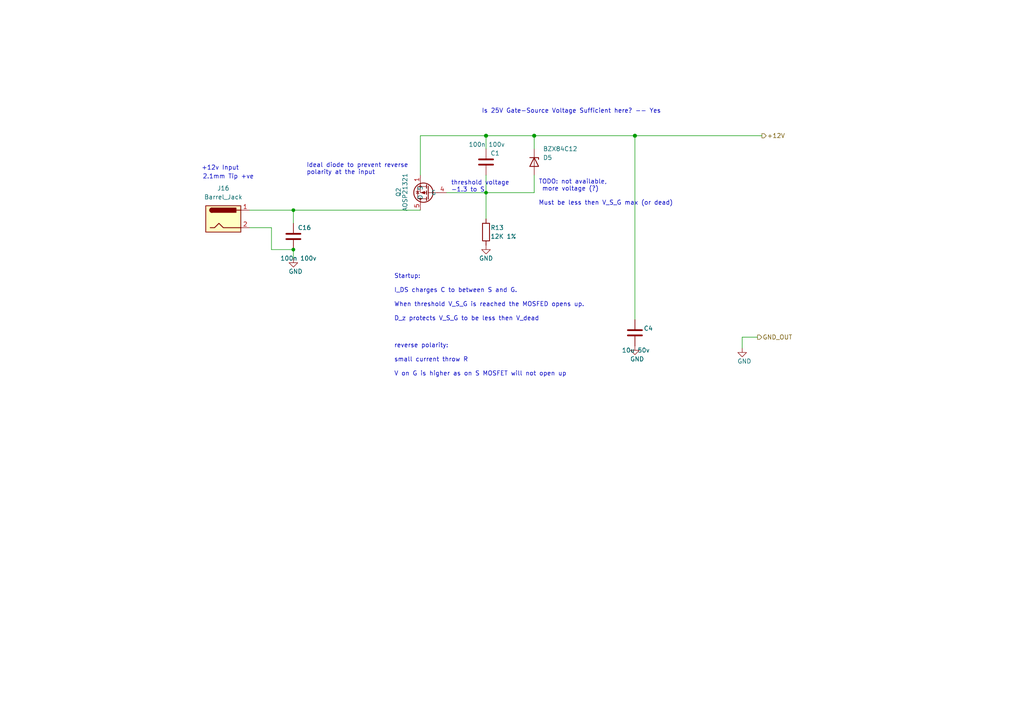
<source format=kicad_sch>
(kicad_sch (version 20230121) (generator eeschema)
  (paper "A4")
  (title_block (title "Power Supply Input Side 12V ") (date "2022-01-08") (rev "v1"))
  (lib_symbols
    (symbol "AOSP21321:AOSP21321"
      (property "Reference" "Q" (at 0 -13.97 0))
      (property "Value" "AOSP21321" (at -1.27 15.24 0))
      (symbol "AOSP21321_0_1"
        (circle (center -0.889 0) (radius 2.794) (stroke (width 0.254)))
        (circle (center 0 -1.778) (radius 0.254) (fill (type outline)))
        (polyline (pts (xy -2.286 0) (xy -5.08 0)))
        (polyline (pts (xy -2.286 1.905) (xy -2.286 -1.905)) (stroke (width 0.254)))
        (polyline (pts (xy -1.778 -1.27) (xy -1.778 -2.286)) (stroke (width 0.254)))
        (polyline (pts (xy -1.778 0.508) (xy -1.778 -0.508)) (stroke (width 0.254)))
        (polyline (pts (xy -1.778 2.286) (xy -1.778 1.27)) (stroke (width 0.254)))
        (polyline (pts (xy 0 2.54) (xy 0 1.778)))
        (polyline (pts (xy 0 -2.54) (xy 0 0) (xy -1.778 0)))
        (polyline (pts (xy -1.778 1.778) (xy 0.762 1.778) (xy 0.762 -1.778) (xy -1.778 -1.778)))
        (polyline (pts (xy -0.254 0) (xy -1.27 0.381) (xy -1.27 -0.381) (xy -0.254 0)) (fill (type outline)))
        (polyline (pts (xy 0.254 -0.508) (xy 0.381 -0.381) (xy 1.143 -0.381) (xy 1.27 -0.254)))
        (polyline (pts (xy 0.762 -0.381) (xy 0.381 0.254) (xy 1.143 0.254) (xy 0.762 -0.381)))
        (circle (center 0 1.778) (radius 0.254) (fill (type outline)))
      )
      (symbol "AOSP21321_1_1"
        (pin passive line (at 0 -5.08 90) (length 2.54) (name "S") (number "1"))
        (pin passive line (at 0 -5.08 90) (length 2.54) hide (name "S") (number "2"))
        (pin passive line (at 0 -5.08 90) (length 2.54) hide (name "S") (number "3"))
        (pin passive line (at -7.62 0 0) (length 2.54) (name "G") (number "4"))
        (pin passive line (at 0 5.08 270) (length 2.54) (name "D") (number "5"))
        (pin passive line (at 0 5.08 270) (length 2.54) hide (name "D") (number "6"))
        (pin passive line (at 0 5.08 270) (length 2.54) hide (name "D") (number "7"))
        (pin passive line (at 0 5.08 270) (length 2.54) hide (name "D") (number "8"))
      )
    )
    (symbol "Connector:Barrel_Jack" (pin_names (offset 1.016))
      (property "Reference" "J" (at 0 5.334 0))
      (property "Value" "Barrel_Jack" (at 0 -5.08 0))
      (symbol "Barrel_Jack_0_1"
        (rectangle (start -5.08 3.81) (end 5.08 -3.81) (stroke (width 0.254)) (fill (type background)))
        (arc (start -3.302 3.175) (mid -3.9343 2.54) (end -3.302 1.905) (stroke (width 0.254)))
        (arc (start -3.302 3.175) (mid -3.9343 2.54) (end -3.302 1.905) (stroke (width 0.254)) (fill (type outline)))
        (polyline (pts (xy 5.08 2.54) (xy 3.81 2.54)) (stroke (width 0.254)))
        (polyline (pts (xy -3.81 -2.54) (xy -2.54 -2.54) (xy -1.27 -1.27) (xy 0 -2.54) (xy 2.54 -2.54) (xy 5.08 -2.54)) (stroke (width 0.254)))
        (rectangle (start 3.683 3.175) (end -3.302 1.905) (stroke (width 0.254)) (fill (type outline)))
      )
      (symbol "Barrel_Jack_1_1"
        (pin passive line (at 7.62 2.54 180) (length 2.54) (name "~") (number "1"))
        (pin passive line (at 7.62 -2.54 180) (length 2.54) (name "~") (number "2"))
      )
    )
    (symbol "Device:C" (pin_numbers hide) (pin_names (offset 0.254))
      (property "Reference" "C" (at 0.635 2.54 0))
      (property "Value" "C" (at 0.635 -2.54 0))
      (symbol "C_0_1"
        (polyline (pts (xy -2.032 -0.762) (xy 2.032 -0.762)) (stroke (width 0.508)))
        (polyline (pts (xy -2.032 0.762) (xy 2.032 0.762)) (stroke (width 0.508)))
      )
      (symbol "C_1_1"
        (pin passive line (at 0 3.81 270) (length 2.794) (name "~") (number "1"))
        (pin passive line (at 0 -3.81 90) (length 2.794) (name "~") (number "2"))
      )
    )
    (symbol "Device:R" (pin_numbers hide) (pin_names (offset 0))
      (property "Reference" "R" (at 2.032 0 90))
      (property "Value" "R" (at 0 0 90))
      (symbol "R_0_1"
        (rectangle (start -1.016 -2.54) (end 1.016 2.54) (stroke (width 0.254)))
      )
      (symbol "R_1_1"
        (pin passive line (at 0 3.81 270) (length 1.27) (name "~") (number "1"))
        (pin passive line (at 0 -3.81 90) (length 1.27) (name "~") (number "2"))
      )
    )
    (symbol "Diode:BZX84Cxx" (pin_numbers hide) (pin_names (offset 1.016) hide)
      (property "Reference" "D" (at 0 2.54 0))
      (property "Value" "BZX84Cxx" (at 0 -2.54 0))
      (symbol "BZX84Cxx_0_1"
        (polyline (pts (xy 1.27 0) (xy -1.27 0)))
        (polyline (pts (xy -1.27 -1.27) (xy -1.27 1.27) (xy -0.762 1.27)) (stroke (width 0.254)))
        (polyline (pts (xy 1.27 -1.27) (xy 1.27 1.27) (xy -1.27 0) (xy 1.27 -1.27)) (stroke (width 0.254)))
      )
      (symbol "BZX84Cxx_1_1"
        (pin passive line (at -3.81 0 0) (length 2.54) (name "K") (number "1"))
        (pin passive line (at 3.81 0 180) (length 2.54) (name "A") (number "2"))
      )
    )
    (symbol "power:GND" (power) (pin_names (offset 0))
      (property "Value" "GND" (at 0 -3.81 0))
      (symbol "GND_0_1"
        (polyline (pts (xy 0 0) (xy 0 -1.27) (xy 1.27 -1.27) (xy 0 -2.54) (xy -1.27 -1.27) (xy 0 -1.27)))
      )
      (symbol "GND_1_1"
        (pin power_in line (at 0 0 270) (length 0) hide (name "GND") (number "1"))
      )
    )
  )
  (junction (at 140.97 39.37) (diameter 1.016))
  (junction (at 184.15 39.37) (diameter 1.016))
  (junction (at 154.94 39.37) (diameter 1.016))
  (junction (at 140.97 55.88))
  (junction (at 85.09 72.39))
  (junction (at 85.09 60.96))
  (wire (pts (xy 154.94 39.37) (xy 184.15 39.37)))
  (wire (pts (xy 140.97 55.88) (xy 140.97 63.5)))
  (wire (pts (xy 154.94 55.88) (xy 140.97 55.88)))
  (wire (pts (xy 85.09 60.96) (xy 85.09 64.77)))
  (wire (pts (xy 78.74 72.39) (xy 85.09 72.39)))
  (wire (pts (xy 72.39 60.96) (xy 85.09 60.96)))
  (wire (pts (xy 140.97 55.88) (xy 140.97 50.8)))
  (wire (pts (xy 140.97 39.37) (xy 140.97 43.18)))
  (wire (pts (xy 121.92 39.37) (xy 121.92 50.8)))
  (wire (pts (xy 78.74 66.04) (xy 78.74 72.39)))
  (wire (pts (xy 154.94 39.37) (xy 140.97 39.37)))
  (wire (pts (xy 72.39 66.04) (xy 78.74 66.04)))
  (wire (pts (xy 184.15 39.37) (xy 220.98 39.37)))
  (wire (pts (xy 154.94 39.37) (xy 154.94 43.18)))
  (wire (pts (xy 184.15 92.71) (xy 184.15 39.37)))
  (wire (pts (xy 154.94 50.8) (xy 154.94 55.88)))
  (wire (pts (xy 85.09 72.39) (xy 85.09 74.93)))
  (wire (pts (xy 85.09 60.96) (xy 121.92 60.96)))
  (wire (pts (xy 121.92 39.37) (xy 140.97 39.37)))
  (wire (pts (xy 129.54 55.88) (xy 140.97 55.88)))
  (wire (pts (xy 215.265 97.79) (xy 215.265 100.965)))
  (wire (pts (xy 219.71 97.79) (xy 215.265 97.79)))
  (text "reverse polarity:\n\nsmall current throw R\n\nV on G is higher as on S MOSFET will not open up" (at 114.3 109.22 0) (effects (font (size 1.27 1.27)) (justify left bottom)))
  (text "2.1mm Tip +ve" (at 73.66 52.07 0) (effects (font (size 1.27 1.27)) (justify right bottom)))
  (text "threshold voltage\n-1.3 to S" (at 130.81 55.88 0) (effects (font (size 1.27 1.27)) (justify left bottom)))
  (text "Is 25V Gate-Source Voltage Sufficient here? -- Yes" (at 139.7 33.02 0) (effects (font (size 1.27 1.27)) (justify left bottom)))
  (text "Startup:\n\nI_DS charges C to between S and G.\n\nWhen threshold V_S_G is reached the MOSFED opens up.\n\nD_z protects V_S_G to be less then V_dead\n\n" (at 114.3 95.25 0) (effects (font (size 1.27 1.27)) (justify left bottom)))
  (text "TODO: not available,\n more voltage (?)\n\nMust be less then V_S_G max (or dead)" (at 156.21 59.69 0) (effects (font (size 1.27 1.27)) (justify left bottom)))
  (text "Ideal diode to prevent reverse\npolarity at the input" (at 88.9 50.8 0) (effects (font (size 1.27 1.27)) (justify left bottom)))
  (text "+12v Input" (at 58.42 49.53 0) (effects (font (size 1.27 1.27)) (justify left bottom)))
  (hierarchical_label "GND_OUT" (shape output) (at 219.71 97.79 0))
  (hierarchical_label "+12V" (shape output) (at 220.98 39.37 0))
  (symbol (lib_id "Device:C") (at 140.97 46.99 0) (unit 1)
    (property "Reference" "C1" (at 142.24 44.45 0) (effects (justify left)))
    (property "Value" "100n 100v" (at 135.89 41.91 0) (effects (justify left)))
    (property "Footprint" "Capacitor_SMD:C_0603_1608Metric" (effects hide))
    (property "Datasheet" "https://datasheet.lcsc.com/lcsc/1809301912_YAGEO-CC0603KRX7R9BB104_C14663.pdf" (effects hide))
    (property "Field4" "YAGEO" (effects hide))
    (property "Field5" "CC0603KRX7R9BB104" (effects hide))
    (property "Field6" "X7R 100nF ±10% 50V 0603 Multilayer Ceramic Capacitors MLCC - SMD/SMT ROHS" (effects hide))
    (property "jlcpcb" "C14663" (effects hide))
  )
  (symbol (lib_id "Device:R") (at 140.97 67.31 0) (unit 1)
    (property "Reference" "R13" (at 142.24 66.04 0) (effects (justify left)))
    (property "Value" "12K 1%" (at 142.24 68.58 0) (effects (justify left)))
    (property "Footprint" "Resistor_SMD:R_0402_1005Metric" (effects hide))
    (property "Datasheet" "https://fscdn.rohm.com/en/products/databook/datasheet/passive/resistor/chip_resistor/mcr-e.pdf" (effects hide))
    (property "jlcpcb" "C22790" (effects hide))
    (property "Field5" "UNI-ROYAL(Uniroyal Elec)" (effects hide))
    (property "Field6" "0603WAF1202T5E" (effects hide))
    (property "Field7" "12kΩ ±1% ±100ppm/℃ 0.1W 0603 Chip Resistor - Surface Mount ROHS" (effects hide))
  )
  (symbol (lib_id "power:GND") (at 140.97 71.12 0) (unit 1)
    (property "Reference" "#PWR047" (effects hide))
    (property "Value" "GND" (at 140.97 74.93 0))
  )
  (symbol (lib_id "Device:C") (at 184.15 96.52 0) (unit 1)
    (property "Reference" "C4" (at 186.69 95.25 0) (effects (justify left)))
    (property "Value" "10u 50v" (at 180.34 101.6 0) (effects (justify left)))
    (property "Footprint" "Capacitor_SMD:C_0805_2012Metric" (effects hide))
    (property "Datasheet" "https://datasheet.lcsc.com/lcsc/1811121310_Samsung-Electro-Mechanics-CL21A106KAYNNNE_C15850.pdf" (effects hide))
    (property "Field5" "CL21A106KAYNNNE" (effects hide))
    (property "Field4" "jlcpcb" (effects hide))
    (property "Field6" "C15850" (effects hide))
    (property "Field7" "Samsung Electro-Mechanics" (effects hide))
    (property "Part Description" "	10uF 10% or 20% 35V Ceramic Capacitor X6S 0805 (2012 Metric)" (effects hide))
  )
  (symbol (lib_id "Device:C") (at 85.09 68.58 0) (unit 1)
    (property "Reference" "C16" (at 86.36 66.04 0) (effects (justify left)))
    (property "Value" "100n 100v" (at 81.28 74.93 0) (effects (justify left)))
    (property "Footprint" "Capacitor_SMD:C_0402_1005Metric" (effects hide))
    (property "Datasheet" "https://datasheet.lcsc.com/lcsc/1809301912_YAGEO-CC0603KRX7R9BB104_C14663.pdf" (effects hide))
    (property "Field4" "YAGEO" (effects hide))
    (property "Field5" "CC0603KRX7R9BB104" (effects hide))
    (property "Field6" "X7R 100nF ±10% 50V 0603 Multilayer Ceramic Capacitors MLCC - SMD/SMT ROHS" (effects hide))
    (property "jlcpcb" "C14663" (effects hide))
  )
  (symbol (lib_id "power:GND") (at 85.09 74.93 0) (unit 1)
    (property "Reference" "#PWR046" (effects hide))
    (property "Value" "GND" (at 85.725 78.74 0))
  )
  (symbol (lib_id "AOSP21321:AOSP21321") (at 121.92 55.88 180) (unit 1)
    (property "Reference" "Q2" (at 115.57 55.753 90))
    (property "Value" "AOSP21321" (at 117.475 55.753 90))
    (property "Footprint" "Package_SO:SOIC-8-1EP_3.9x4.9mm_P1.27mm_EP2.514x3.2mm" (effects hide))
    (property "Datasheet" "http://aosmd.com/res/data_sheets/AOSP21321.pdf" (effects hide))
    (property "Field4" "Digikey" (effects hide))
    (property "Field5" "785-1795-1-ND" (effects hide))
    (property "Field6" "AOSP21321" (effects hide))
    (property "Field7" "Alpha & Omega Semiconductor Inc." (effects hide))
    (property "Part Description" "AOSP21321 -  MOSFET P-CH 30V 11A 8SOIC" (effects hide))
  )
  (symbol (lib_id "power:GND") (at 215.265 100.965 0) (unit 1)
    (property "Reference" "#PWR049" (effects hide))
    (property "Value" "GND" (at 215.9 104.775 0))
  )
  (symbol (lib_id "Diode:BZX84Cxx") (at 154.94 46.99 270) (unit 1)
    (property "Reference" "D5" (at 157.48 45.72 90) (effects (justify left)))
    (property "Value" "BZX84C12" (at 157.48 43.18 90) (effects (justify left)))
    (property "Footprint" "Diode_SMD:D_SOT-23_ANK" (effects hide))
    (property "Datasheet" "https://diotec.com/tl_files/diotec/files/pdf/datasheets/bzx84c2v4.pdf" (effects hide))
    (property "Field4" "JLCPCB" (effects hide))
    (property "Field5" "C112551" (effects hide))
    (property "Field6" "- 12V 100nA @ 8V 300mW SOT-23(SOT-23-3) Zener Diodes ROHS" (effects hide))
  )
  (symbol (lib_id "power:GND") (at 184.15 100.33 0) (unit 1)
    (property "Reference" "#PWR048" (effects hide))
    (property "Value" "GND" (at 184.785 104.14 0))
  )
  (symbol (lib_id "Connector:Barrel_Jack") (at 64.77 63.5 0) (unit 1)
    (property "Reference" "J16" (at 64.77 54.61 0))
    (property "Value" "Barrel_Jack" (at 64.77 57.15 0))
    (property "Footprint" "Connector_BarrelJack:BarrelJack_Wuerth_6941xx301002" (effects hide))
    (property "Datasheet" "http://www.tensility.com/pdffiles/54-00129.pdf" (effects hide))
    (property "digikey" "839-1512-ND" (effects hide))
    (property "Field5" "Tensility International Corp" (effects hide))
    (property "Field6" "CONN JACK R/A PCB 5.5X2.1MM" (effects hide))
  )
)
</source>
